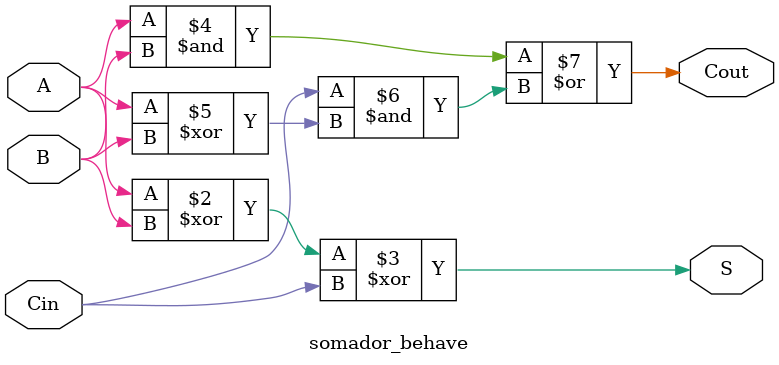
<source format=v>
module somador_behave (
    input A,        // Primeiro bit
    input B,        // Segundo bit
    input Cin,      // Carry in
    output reg S,   // Soma
    output reg Cout // Carry out
);
always @(*) begin
    // Soma final
    S = A ^ B ^ Cin; // XOR para a soma binária
    // Carry out utilizando porta XOR
    Cout = (A & B) | (Cin & (A ^ B)); 
    // A explicação detalhada está abaixo.
end
endmodule

</source>
